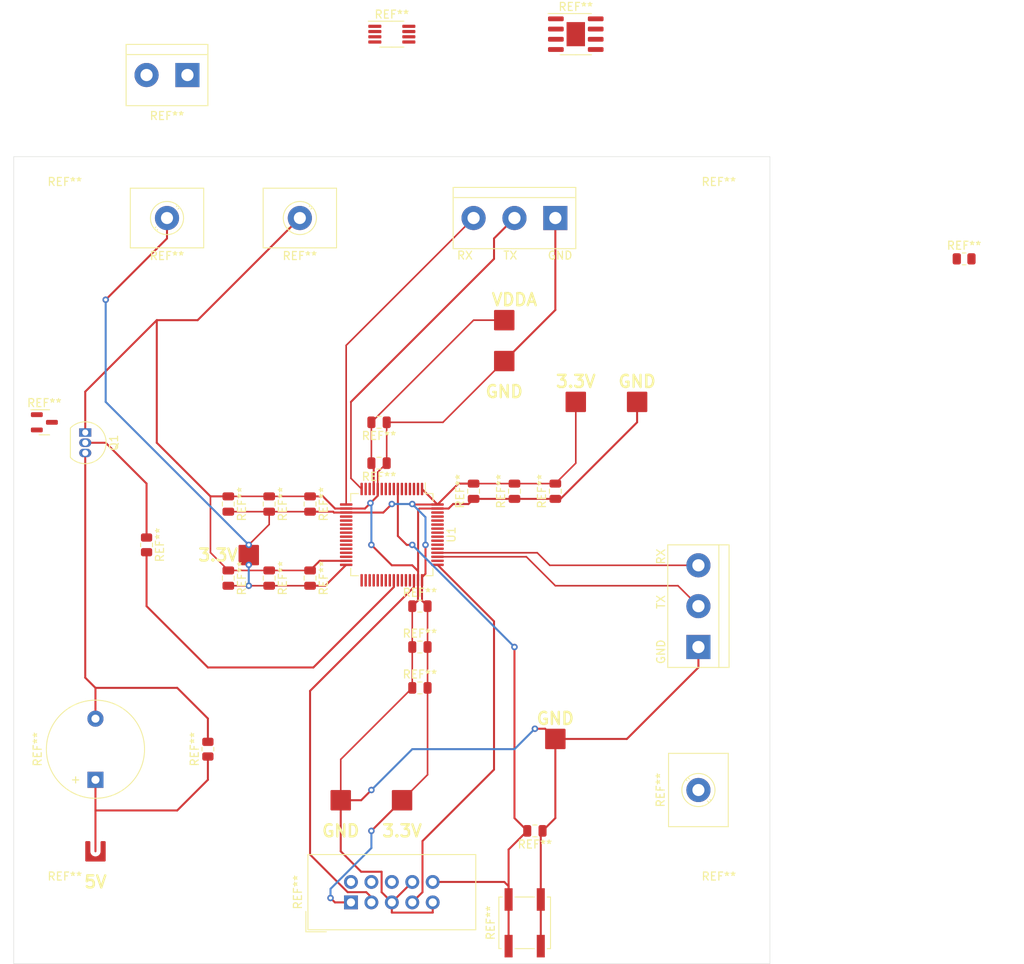
<source format=kicad_pcb>
(kicad_pcb (version 20211014) (generator pcbnew)
  (layers (0 "F.Cu" signal) (31 "B.Cu" signal) (34 "B.Paste" user) (35 "F.Paste" user) (36 "B.SilkS" user "B.Silkscreen") (37 "F.SilkS" user "F.Silkscreen") (38 "B.Mask" user) (39 "F.Mask" user) (44 "Edge.Cuts" user))
  (net 0 "")
  (net 1 "GND")
  (net 2 "unconnected-(Q1-Pad2)")
  (net 3 "VDD")
  (net 9 "NRST")
  (net 14 "VDDA")
  (net 36 "Buzzer Module")
  (net 41 "SWDIO")
  (net 42 "SWCLK")
  (footprint "TerminalBlock_MetzConnect:TerminalBlock_MetzConnect_360271_1x01_Horizontal_ScrewM3.0_Boxed" (layer "F.Cu") (at 147.32 60.96 180)
    (fp_text reference "REF**" (at 0 -4.71) (layer "F.SilkS"))
    (fp_text value "Screw Terminal (VDD)")
    (pad "1" thru_hole circle locked (at 0 0 180) (size 3 3) (drill 1.5) (layers *.Cu *.Mask) (net 3 "VDD"))
  )
  (footprint "Buzzer_Beeper:Buzzer_12x9.5RM7.6" (layer "F.Cu") (at 138.43 130.81 90)
    (fp_text reference "REF**" (at 3.8 -7.2 90) (layer "F.SilkS"))
    (fp_text value "Buzzer")
    (fp_text user "+" (at -0.01 -2.54 90) (layer "F.SilkS"))
    (pad "1" thru_hole rect locked (at 0 0 90) (size 2 2) (drill 1) (layers *.Cu *.Mask))
    (pad "2" thru_hole circle locked (at 7.6 0 90) (size 2 2) (drill 1) (layers *.Cu *.Mask))
  )
  (footprint "TerminalBlock_MetzConnect:TerminalBlock_MetzConnect_360271_1x01_Horizontal_ScrewM3.0_Boxed" (layer "F.Cu") (at 163.83 60.96 180)
    (fp_text reference "REF**" (at 0 -4.71) (layer "F.SilkS"))
    (fp_text value "Screw Terminal (GND)")
    (pad "1" thru_hole circle locked (at 0 0 180) (size 3 3) (drill 1.5) (layers *.Cu *.Mask) (net 1 "GND"))
  )
  (footprint "Connector_IDC:IDC-Header_2x05_P2.54mm_Vertical" (layer "F.Cu") (at 170.18 146.05 90)
    (fp_text reference "REF**" (at 1.27 -6.604 90) (layer "F.SilkS"))
    (fp_text value "Programming Header")
    (pad "1" thru_hole rect locked (at 0 0 90) (size 1.7272 1.7272) (drill 1.016) (layers *.Cu *.Mask) (net 3 "VDD"))
    (pad "2" thru_hole oval locked (at 2.54 0 90) (size 1.7272 1.7272) (drill 1.016) (layers *.Cu *.Mask))
    (pad "3" thru_hole oval locked (at 0 2.54 90) (size 1.7272 1.7272) (drill 1.016) (layers *.Cu *.Mask) (net 41 "SWDIO"))
    (pad "4" thru_hole oval locked (at 2.54 2.54 90) (size 1.7272 1.7272) (drill 1.016) (layers *.Cu *.Mask))
    (pad "5" thru_hole oval locked (at 0 5.08 90) (size 1.7272 1.7272) (drill 1.016) (layers *.Cu *.Mask) (net 1 "GND"))
    (pad "6" thru_hole oval locked (at 2.54 5.08 90) (size 1.7272 1.7272) (drill 1.016) (layers *.Cu *.Mask))
    (pad "7" thru_hole oval locked (at 0 7.62 90) (size 1.7272 1.7272) (drill 1.016) (layers *.Cu *.Mask) (net 42 "SWCLK"))
    (pad "8" thru_hole oval locked (at 2.54 7.62 90) (size 1.7272 1.7272) (drill 1.016) (layers *.Cu *.Mask) (net 1 "GND"))
    (pad "9" thru_hole oval locked (at 0 10.16 90) (size 1.7272 1.7272) (drill 1.016) (layers *.Cu *.Mask) (net 1 "GND"))
    (pad "10" thru_hole oval locked (at 2.54 10.16 90) (size 1.7272 1.7272) (drill 1.016) (layers *.Cu *.Mask) (net 9 "NRST"))
  )
  (footprint "TerminalBlock_MetzConnect:TerminalBlock_MetzConnect_360271_1x01_Horizontal_ScrewM3.0_Boxed" (layer "F.Cu") (at 213.36 132.08 90)
    (fp_text reference "REF**" (at 0 -4.71 90) (layer "F.SilkS"))
    (fp_text value "Servo UART (Extra)")
    (pad "1" thru_hole circle locked (at 0 0 90) (size 3 3) (drill 1.5) (layers *.Cu *.Mask))
  )
  (footprint "Button_Switch_SMD:SW_Push_1P1T_NO_CK_KSC6xxJ" (layer "F.Cu") (at 191.77 148.59 -90)
    (fp_text reference "REF**" (at 0 4.24 90) (layer "F.SilkS"))
    (fp_text value "Switch")
    (pad "1" smd rect locked (at -2.9 -2 270) (size 2.8 1) (layers "F.Cu" "F.Paste" "F.Mask") (net 1 "GND"))
    (pad "1" smd rect locked (at 2.9 -2 270) (size 2.8 1) (layers "F.Cu" "F.Paste" "F.Mask") (net 1 "GND"))
    (pad "2" smd rect locked (at -2.9 2 270) (size 2.8 1) (layers "F.Cu" "F.Paste" "F.Mask") (net 9 "NRST"))
    (pad "2" smd rect locked (at 2.9 2 270) (size 2.8 1) (layers "F.Cu" "F.Paste" "F.Mask") (net 9 "NRST"))
  )
  (footprint "Package_TO_SOT_THT:TO-92_Inline" (layer "F.Cu") (at 137.16 87.63 -90)
    (fp_text reference "Q1" (at 1.27 -3.56 90) (layer "F.SilkS"))
    (fp_text value "2N3704")
    (pad "1" thru_hole rect (at 0 0 270) (size 1.05 1.5) (drill 0.75) (layers *.Cu *.Mask) (net 1 "GND"))
    (pad "2" thru_hole oval (at 1.27 0 270) (size 1.05 1.5) (drill 0.75) (layers *.Cu *.Mask) (net 2 "unconnected-(Q1-Pad2)"))
    (pad "3" thru_hole oval (at 2.54 0 270) (size 1.05 1.5) (drill 0.75) (layers *.Cu *.Mask))
  )
  (footprint "MountingHole:MountingHole_3.5mm" (layer "F.Cu") (at 134.62 60.96)
    (fp_text reference "REF**" (at 0 -4.5) (layer "F.SilkS"))
    (fp_text value "MountingHole_3.5mm")
    (pad "" np_thru_hole circle (at 0 0) (size 3.5 3.5) (drill 3.5) (layers *.Cu *.Mask))
  )
  (footprint "Capacitor_SMD:C_0805_2012Metric" (layer "F.Cu") (at 160.02 96.52 -90)
    (fp_text reference "REF**" (at 0 -1.68 90) (layer "F.SilkS"))
    (fp_text value "100nF")
    (pad "1" smd roundrect (at -0.95 0 270) (size 1 1.45) (layers "F.Cu" "F.Paste" "F.Mask") (net 1 "GND"))
    (pad "2" smd roundrect (at 0.95 0 270) (size 1 1.45) (layers "F.Cu" "F.Paste" "F.Mask") (net 3 "VDD"))
  )
  (footprint "Package_QFP:LQFP-64_10x10mm_P0.5mm" (layer "F.Cu") (at 175.26 100.33 -90)
    (fp_text reference "U1" (at 0 -7.4 90) (layer "F.SilkS"))
    (fp_text value "STM32F091RCTx")
    (pad "1" smd roundrect (at -5.675 -3.75 270) (size 1.55 0.3) (layers "F.Cu" "F.Paste" "F.Mask") (net 3 "VDD"))
    (pad "2" smd roundrect (at -5.675 -3.25 270) (size 1.55 0.3) (layers "F.Cu" "F.Paste" "F.Mask"))
    (pad "3" smd roundrect (at -5.675 -2.75 270) (size 1.55 0.3) (layers "F.Cu" "F.Paste" "F.Mask"))
    (pad "4" smd roundrect (at -5.675 -2.25 270) (size 1.55 0.3) (layers "F.Cu" "F.Paste" "F.Mask"))
    (pad "5" smd roundrect (at -5.675 -1.75 270) (size 1.55 0.3) (layers "F.Cu" "F.Paste" "F.Mask"))
    (pad "6" smd roundrect (at -5.675 -1.25 270) (size 1.55 0.3) (layers "F.Cu" "F.Paste" "F.Mask"))
    (pad "7" smd roundrect (at -5.675 -0.75 270) (size 1.55 0.3) (layers "F.Cu" "F.Paste" "F.Mask") (net 9 "NRST"))
    (pad "8" smd roundrect (at -5.675 -0.25 270) (size 1.55 0.3) (layers "F.Cu" "F.Paste" "F.Mask"))
    (pad "9" smd roundrect (at -5.675 0.25 270) (size 1.55 0.3) (layers "F.Cu" "F.Paste" "F.Mask"))
    (pad "10" smd roundrect (at -5.675 0.75 270) (size 1.55 0.3) (layers "F.Cu" "F.Paste" "F.Mask"))
    (pad "11" smd roundrect (at -5.675 1.25 270) (size 1.55 0.3) (layers "F.Cu" "F.Paste" "F.Mask"))
    (pad "12" smd roundrect (at -5.675 1.75 270) (size 1.55 0.3) (layers "F.Cu" "F.Paste" "F.Mask") (net 1 "GND"))
    (pad "13" smd roundrect (at -5.675 2.25 270) (size 1.55 0.3) (layers "F.Cu" "F.Paste" "F.Mask") (net 14 "VDDA"))
    (pad "14" smd roundrect (at -5.675 2.75 270) (size 1.55 0.3) (layers "F.Cu" "F.Paste" "F.Mask"))
    (pad "15" smd roundrect (at -5.675 3.25 270) (size 1.55 0.3) (layers "F.Cu" "F.Paste" "F.Mask"))
    (pad "16" smd roundrect (at -5.675 3.75 270) (size 1.55 0.3) (layers "F.Cu" "F.Paste" "F.Mask"))
    (pad "17" smd roundrect (at -3.75 5.675 270) (size 0.3 1.55) (layers "F.Cu" "F.Paste" "F.Mask"))
    (pad "18" smd roundrect (at -3.25 5.675 270) (size 0.3 1.55) (layers "F.Cu" "F.Paste" "F.Mask") (net 1 "GND"))
    (pad "19" smd roundrect (at -2.75 5.675 270) (size 0.3 1.55) (layers "F.Cu" "F.Paste" "F.Mask") (net 3 "VDD"))
    (pad "20" smd roundrect (at -2.25 5.675 270) (size 0.3 1.55) (layers "F.Cu" "F.Paste" "F.Mask"))
    (pad "21" smd roundrect (at -1.75 5.675 270) (size 0.3 1.55) (layers "F.Cu" "F.Paste" "F.Mask"))
    (pad "22" smd roundrect (at -1.25 5.675 270) (size 0.3 1.55) (layers "F.Cu" "F.Paste" "F.Mask"))
    (pad "23" smd roundrect (at -0.75 5.675 270) (size 0.3 1.55) (layers "F.Cu" "F.Paste" "F.Mask"))
    (pad "24" smd roundrect (at -0.25 5.675 270) (size 0.3 1.55) (layers "F.Cu" "F.Paste" "F.Mask"))
    (pad "25" smd roundrect (at 0.25 5.675 270) (size 0.3 1.55) (layers "F.Cu" "F.Paste" "F.Mask"))
    (pad "26" smd roundrect (at 0.75 5.675 270) (size 0.3 1.55) (layers "F.Cu" "F.Paste" "F.Mask"))
    (pad "27" smd roundrect (at 1.25 5.675 270) (size 0.3 1.55) (layers "F.Cu" "F.Paste" "F.Mask"))
    (pad "28" smd roundrect (at 1.75 5.675 270) (size 0.3 1.55) (layers "F.Cu" "F.Paste" "F.Mask"))
    (pad "29" smd roundrect (at 2.25 5.675 270) (size 0.3 1.55) (layers "F.Cu" "F.Paste" "F.Mask"))
    (pad "30" smd roundrect (at 2.75 5.675 270) (size 0.3 1.55) (layers "F.Cu" "F.Paste" "F.Mask"))
    (pad "31" smd roundrect (at 3.25 5.675 270) (size 0.3 1.55) (layers "F.Cu" "F.Paste" "F.Mask") (net 1 "GND"))
    (pad "32" smd roundrect (at 3.75 5.675 270) (size 0.3 1.55) (layers "F.Cu" "F.Paste" "F.Mask") (net 3 "VDD"))
    (pad "33" smd roundrect (at 5.675 3.75 270) (size 1.55 0.3) (layers "F.Cu" "F.Paste" "F.Mask"))
    (pad "34" smd roundrect (at 5.675 3.25 270) (size 1.55 0.3) (layers "F.Cu" "F.Paste" "F.Mask"))
    (pad "35" smd roundrect (at 5.675 2.75 270) (size 1.55 0.3) (layers "F.Cu" "F.Paste" "F.Mask"))
    (pad "36" smd roundrect (at 5.675 2.25 270) (size 1.55 0.3) (layers "F.Cu" "F.Paste" "F.Mask"))
    (pad "37" smd roundrect (at 5.675 1.75 270) (size 1.55 0.3) (layers "F.Cu" "F.Paste" "F.Mask"))
    (pad "38" smd roundrect (at 5.675 1.25 270) (size 1.55 0.3) (layers "F.Cu" "F.Paste" "F.Mask"))
    (pad "39" smd roundrect (at 5.675 0.75 270) (size 1.55 0.3) (layers "F.Cu" "F.Paste" "F.Mask"))
    (pad "40" smd roundrect (at 5.675 0.25 270) (size 1.55 0.3) (layers "F.Cu" "F.Paste" "F.Mask"))
    (pad "41" smd roundrect (at 5.675 -0.25 270) (size 1.55 0.3) (layers "F.Cu" "F.Paste" "F.Mask") (net 36 "Buzzer Module"))
    (pad "42" smd roundrect (at 5.675 -0.75 270) (size 1.55 0.3) (layers "F.Cu" "F.Paste" "F.Mask"))
    (pad "43" smd roundrect (at 5.675 -1.25 270) (size 1.55 0.3) (layers "F.Cu" "F.Paste" "F.Mask"))
    (pad "44" smd roundrect (at 5.675 -1.75 270) (size 1.55 0.3) (layers "F.Cu" "F.Paste" "F.Mask"))
    (pad "45" smd roundrect (at 5.675 -2.25 270) (size 1.55 0.3) (layers "F.Cu" "F.Paste" "F.Mask"))
    (pad "46" smd roundrect (at 5.675 -2.75 270) (size 1.55 0.3) (layers "F.Cu" "F.Paste" "F.Mask") (net 41 "SWDIO"))
    (pad "47" smd roundrect (at 5.675 -3.25 270) (size 1.55 0.3) (layers "F.Cu" "F.Paste" "F.Mask") (net 1 "GND"))
    (pad "48" smd roundrect (at 5.675 -3.75 270) (size 1.55 0.3) (layers "F.Cu" "F.Paste" "F.Mask") (net 3 "VDD"))
    (pad "49" smd roundrect (at 3.75 -5.675 270) (size 0.3 1.55) (layers "F.Cu" "F.Paste" "F.Mask") (net 42 "SWCLK"))
    (pad "50" smd roundrect (at 3.25 -5.675 270) (size 0.3 1.55) (layers "F.Cu" "F.Paste" "F.Mask"))
    (pad "51" smd roundrect (at 2.75 -5.675 270) (size 0.3 1.55) (layers "F.Cu" "F.Paste" "F.Mask"))
    (pad "52" smd roundrect (at 2.25 -5.675 270) (size 0.3 1.55) (layers "F.Cu" "F.Paste" "F.Mask"))
    (pad "53" smd roundrect (at 1.75 -5.675 270) (size 0.3 1.55) (layers "F.Cu" "F.Paste" "F.Mask"))
    (pad "54" smd roundrect (at 1.25 -5.675 270) (size 0.3 1.55) (layers "F.Cu" "F.Paste" "F.Mask"))
    (pad "55" smd roundrect (at 0.75 -5.675 270) (size 0.3 1.55) (layers "F.Cu" "F.Paste" "F.Mask"))
    (pad "56" smd roundrect (at 0.25 -5.675 270) (size 0.3 1.55) (layers "F.Cu" "F.Paste" "F.Mask"))
    (pad "57" smd roundrect (at -0.25 -5.675 270) (size 0.3 1.55) (layers "F.Cu" "F.Paste" "F.Mask"))
    (pad "58" smd roundrect (at -0.75 -5.675 270) (size 0.3 1.55) (layers "F.Cu" "F.Paste" "F.Mask"))
    (pad "59" smd roundrect (at -1.25 -5.675 270) (size 0.3 1.55) (layers "F.Cu" "F.Paste" "F.Mask"))
    (pad "60" smd roundrect (at -1.75 -5.675 270) (size 0.3 1.55) (layers "F.Cu" "F.Paste" "F.Mask"))
    (pad "61" smd roundrect (at -2.25 -5.675 270) (size 0.3 1.55) (layers "F.Cu" "F.Paste" "F.Mask"))
    (pad "62" smd roundrect (at -2.75 -5.675 270) (size 0.3 1.55) (layers "F.Cu" "F.Paste" "F.Mask"))
    (pad "63" smd roundrect (at -3.25 -5.675 270) (size 0.3 1.55) (layers "F.Cu" "F.Paste" "F.Mask") (net 1 "GND"))
    (pad "64" smd roundrect (at -3.75 -5.675 270) (size 0.3 1.55) (layers "F.Cu" "F.Paste" "F.Mask") (net 3 "VDD"))
  )
  (footprint "Resistor_SMD:R_0805_2012Metric" (layer "F.Cu") (at 144.78 101.6 -90)
    (fp_text reference "REF**" (at 0 -1.65 90) (layer "F.SilkS"))
    (fp_text value "R2 (47k)")
    (pad "1" smd roundrect (at -0.9125 0 270) (size 1.025 1.4) (layers "F.Cu" "F.Paste" "F.Mask") (roundrect_rratio 0.243902) (net 2 "unconnected-(Q1-Pad2)"))
    (pad "2" smd roundrect (at 0.9125 0 270) (size 1.025 1.4) (layers "F.Cu" "F.Paste" "F.Mask") (roundrect_rratio 0.243902) (net 36 "Buzzer Module"))
  )
  (footprint "TerminalBlock:TerminalBlock_bornier-2_P5.08mm" (layer "F.Cu") (at 149.86 43.18 180)
    (fp_text reference "REF**" (at 2.54 -5.08) (layer "F.SilkS"))
    (fp_text value "Power")
    (pad "1" thru_hole rect (at 0 0 180) (size 3 3) (drill 1.52) (layers *.Cu *.Mask))
    (pad "2" thru_hole circle (at 5.08 0 180) (size 3 3) (drill 1.52) (layers *.Cu *.Mask))
  )
  (footprint "Package_TO_SOT_SMD:SOT-23" (layer "F.Cu") (at 132.08 86.36)
    (fp_text reference "REF**" (at 0 -2.4) (layer "F.SilkS"))
    (fp_text value "SOT-23")
    (pad "1" smd roundrect (at -0.9375 -0.95) (size 1.475 0.6) (layers "F.Cu" "F.Paste" "F.Mask"))
    (pad "2" smd roundrect (at -0.9375 0.95) (size 1.475 0.6) (layers "F.Cu" "F.Paste" "F.Mask"))
    (pad "3" smd roundrect (at 0.9375 0) (size 1.475 0.6) (layers "F.Cu" "F.Paste" "F.Mask"))
  )
  (footprint "Capacitor_SMD:C_0805_2012Metric" (layer "F.Cu") (at 154.94 105.73 -90)
    (fp_text reference "REF**" (at 0 -1.68 90) (layer "F.SilkS"))
    (fp_text value "4.7uF")
    (pad "1" smd roundrect (at -0.95 0 270) (size 1 1.45) (layers "F.Cu" "F.Paste" "F.Mask") (net 1 "GND"))
    (pad "2" smd roundrect (at 0.95 0 270) (size 1 1.45) (layers "F.Cu" "F.Paste" "F.Mask") (net 3 "VDD"))
  )
  (footprint "Capacitor_SMD:C_0805_2012Metric" (layer "F.Cu") (at 173.67 91.44 180)
    (fp_text reference "REF**" (at 0 -1.68) (layer "F.SilkS"))
    (fp_text value "10nF")
    (pad "1" smd roundrect (at -0.95 0 180) (size 1 1.45) (layers "F.Cu" "F.Paste" "F.Mask") (net 1 "GND"))
    (pad "2" smd roundrect (at 0.95 0 180) (size 1 1.45) (layers "F.Cu" "F.Paste" "F.Mask") (net 14 "VDDA"))
  )
  (footprint "Package_SO:SOIC-8-1EP_3.9x4.9mm_P1.27mm_EP2.29x3mm" (layer "F.Cu") (at 198.12 38.1)
    (fp_text reference "REF**" (at 0 -3.4) (layer "F.SilkS"))
    (fp_text value "LT1302")
    (pad "1" smd roundrect (at -2.475 -1.905) (size 1.95 0.6) (layers "F.Cu" "F.Paste" "F.Mask"))
    (pad "2" smd roundrect (at -2.475 -0.635) (size 1.95 0.6) (layers "F.Cu" "F.Paste" "F.Mask"))
    (pad "3" smd roundrect (at -2.475 0.635) (size 1.95 0.6) (layers "F.Cu" "F.Paste" "F.Mask"))
    (pad "4" smd roundrect (at -2.475 1.905) (size 1.95 0.6) (layers "F.Cu" "F.Paste" "F.Mask"))
    (pad "5" smd roundrect (at 2.475 1.905) (size 1.95 0.6) (layers "F.Cu" "F.Paste" "F.Mask"))
    (pad "6" smd roundrect (at 2.475 0.635) (size 1.95 0.6) (layers "F.Cu" "F.Paste" "F.Mask"))
    (pad "7" smd roundrect (at 2.475 -0.635) (size 1.95 0.6) (layers "F.Cu" "F.Paste" "F.Mask"))
    (pad "8" smd roundrect (at 2.475 -1.905) (size 1.95 0.6) (layers "F.Cu" "F.Paste" "F.Mask"))
    (pad "9" smd rect (at 0 0) (size 2.29 3) (layers "F.Cu" "F.Mask"))
  )
  (footprint "Capacitor_SMD:C_0805_2012Metric" (layer "F.Cu") (at 195.58 94.93 90)
    (fp_text reference "REF**" (at 0 -1.68 90) (layer "F.SilkS"))
    (fp_text value "4.7uF")
    (pad "1" smd roundrect (at -0.95 0 90) (size 1 1.45) (layers "F.Cu" "F.Paste" "F.Mask") (net 1 "GND"))
    (pad "2" smd roundrect (at 0.95 0 90) (size 1 1.45) (layers "F.Cu" "F.Paste" "F.Mask") (net 3 "VDD"))
  )
  (footprint "Capacitor_SMD:C_0805_2012Metric" (layer "F.Cu") (at 178.75 119.38)
    (fp_text reference "REF**" (at 0 -1.68) (layer "F.SilkS"))
    (fp_text value "4.7uF")
    (pad "1" smd roundrect (at -0.95 0) (size 1 1.45) (layers "F.Cu" "F.Paste" "F.Mask") (net 1 "GND"))
    (pad "2" smd roundrect (at 0.95 0) (size 1 1.45) (layers "F.Cu" "F.Paste" "F.Mask") (net 3 "VDD"))
  )
  (footprint "MountingHole:MountingHole_3.5mm" (layer "F.Cu") (at 215.9 60.96)
    (fp_text reference "REF**" (at 0 -4.5) (layer "F.SilkS"))
    (fp_text value "MountingHole_3.5mm")
    (pad "" np_thru_hole circle (at 0 0) (size 3.5 3.5) (drill 3.5) (layers *.Cu *.Mask))
  )
  (footprint "Resistor_SMD:R_0805_2012Metric" (layer "F.Cu") (at 246.38 66.04)
    (fp_text reference "REF**" (at 0 -1.65) (layer "F.SilkS"))
    (fp_text value "R_0805_2012Metric")
    (pad "1" smd roundrect (at -0.9125 0) (size 1.025 1.4) (layers "F.Cu" "F.Paste" "F.Mask") (roundrect_rratio 0.243902))
    (pad "2" smd roundrect (at 0.9125 0) (size 1.025 1.4) (layers "F.Cu" "F.Paste" "F.Mask") (roundrect_rratio 0.243902))
  )
  (footprint "MountingHole:MountingHole_3.5mm" (layer "F.Cu") (at 134.62 147.32)
    (fp_text reference "REF**" (at 0 -4.5) (layer "F.SilkS"))
    (fp_text value "MountingHole_3.5mm")
    (pad "" np_thru_hole circle (at 0 0) (size 3.5 3.5) (drill 3.5) (layers *.Cu *.Mask))
  )
  (footprint "Capacitor_SMD:C_0805_2012Metric" (layer "F.Cu") (at 165.1 96.52 -90)
    (fp_text reference "REF**" (at 0 -1.68 90) (layer "F.SilkS"))
    (fp_text value "100nF")
    (pad "1" smd roundrect (at -0.95 0 270) (size 1 1.45) (layers "F.Cu" "F.Paste" "F.Mask") (net 1 "GND"))
    (pad "2" smd roundrect (at 0.95 0 270) (size 1 1.45) (layers "F.Cu" "F.Paste" "F.Mask") (net 3 "VDD"))
  )
  (footprint "Capacitor_SMD:C_0805_2012Metric" (layer "F.Cu") (at 193.04 137.16 180)
    (fp_text reference "REF**" (at 0 -1.68) (layer "F.SilkS"))
    (fp_text value "100nF")
    (pad "1" smd roundrect (at -0.95 0 180) (size 1 1.45) (layers "F.Cu" "F.Paste" "F.Mask") (net 1 "GND"))
    (pad "2" smd roundrect (at 0.95 0 180) (size 1 1.45) (layers "F.Cu" "F.Paste" "F.Mask") (net 9 "NRST"))
  )
  (footprint "Capacitor_SMD:C_0805_2012Metric" (layer "F.Cu") (at 160.02 105.73 -90)
    (fp_text reference "REF**" (at 0 -1.68 90) (layer "F.SilkS"))
    (fp_text value "100nF")
    (pad "1" smd roundrect (at -0.95 0 270) (size 1 1.45) (layers "F.Cu" "F.Paste" "F.Mask") (net 1 "GND"))
    (pad "2" smd roundrect (at 0.95 0 270) (size 1 1.45) (layers "F.Cu" "F.Paste" "F.Mask") (net 3 "VDD"))
  )
  (footprint "Capacitor_SMD:C_0805_2012Metric" (layer "F.Cu") (at 173.67 86.36 180)
    (fp_text reference "REF**" (at 0 -1.68) (layer "F.SilkS"))
    (fp_text value "1uF")
    (pad "1" smd roundrect (at -0.95 0 180) (size 1 1.45) (layers "F.Cu" "F.Paste" "F.Mask") (net 1 "GND"))
    (pad "2" smd roundrect (at 0.95 0 180) (size 1 1.45) (layers "F.Cu" "F.Paste" "F.Mask") (net 14 "VDDA"))
  )
  (footprint "MountingHole:MountingHole_3.5mm" (layer "F.Cu") (at 215.9 147.32)
    (fp_text reference "REF**" (at 0 -4.5) (layer "F.SilkS"))
    (fp_text value "MountingHole_3.5mm")
    (pad "" np_thru_hole circle (at 0 0) (size 3.5 3.5) (drill 3.5) (layers *.Cu *.Mask))
  )
  (footprint "Capacitor_SMD:C_0805_2012Metric" (layer "F.Cu") (at 165.1 105.73 -90)
    (fp_text reference "REF**" (at 0 -1.68 90) (layer "F.SilkS"))
    (fp_text value "100nF")
    (pad "1" smd roundrect (at -0.95 0 270) (size 1 1.45) (layers "F.Cu" "F.Paste" "F.Mask") (net 1 "GND"))
    (pad "2" smd roundrect (at 0.95 0 270) (size 1 1.45) (layers "F.Cu" "F.Paste" "F.Mask") (net 3 "VDD"))
  )
  (footprint "Capacitor_SMD:C_0805_2012Metric" (layer "F.Cu") (at 154.94 96.52 -90)
    (fp_text reference "REF**" (at 0 -1.68 90) (layer "F.SilkS"))
    (fp_text value "4.7uF")
    (pad "1" smd roundrect (at -0.95 0 270) (size 1 1.45) (layers "F.Cu" "F.Paste" "F.Mask") (net 1 "GND"))
    (pad "2" smd roundrect (at 0.95 0 270) (size 1 1.45) (layers "F.Cu" "F.Paste" "F.Mask") (net 3 "VDD"))
  )
  (footprint "TerminalBlock:TerminalBlock_bornier-3_P5.08mm" (layer "F.Cu") (at 195.58 60.96 180)
    (fp_text reference "RX     TX     GND" (at 5.05 -4.65) (layer "F.SilkS"))
    (fp_text value "PI UART")
    (pad "1" thru_hole rect (at 0 0 180) (size 3 3) (drill 1.52) (layers *.Cu *.Mask) (net 1 "GND"))
    (pad "2" thru_hole circle (at 5.08 0 180) (size 3 3) (drill 1.52) (layers *.Cu *.Mask))
    (pad "3" thru_hole circle (at 10.16 0 180) (size 3 3) (drill 1.52) (layers *.Cu *.Mask))
  )
  (footprint "Capacitor_SMD:C_0805_2012Metric" (layer "F.Cu") (at 178.75 109.22)
    (fp_text reference "REF**" (at 0 -1.68) (layer "F.SilkS"))
    (fp_text value "100nF")
    (pad "1" smd roundrect (at -0.95 0) (size 1 1.45) (layers "F.Cu" "F.Paste" "F.Mask") (net 1 "GND"))
    (pad "2" smd roundrect (at 0.95 0) (size 1 1.45) (layers "F.Cu" "F.Paste" "F.Mask") (net 3 "VDD"))
  )
  (footprint "Package_SO:MSOP-8_3x3mm_P0.65mm" (layer "F.Cu") (at 175.26 38.1)
    (fp_text reference "REF**" (at 0 -2.45) (layer "F.SilkS"))
    (fp_text value "LTC3631")
    (pad "1" smd roundrect (at -2.1125 -0.975) (size 1.625 0.4) (layers "F.Cu" "F.Paste" "F.Mask"))
    (pad "2" smd roundrect (at -2.1125 -0.325) (size 1.625 0.4) (layers "F.Cu" "F.Paste" "F.Mask"))
    (pad "3" smd roundrect (at -2.1125 0.325) (size 1.625 0.4) (layers "F.Cu" "F.Paste" "F.Mask"))
    (pad "4" smd roundrect (at -2.1125 0.975) (size 1.625 0.4) (layers "F.Cu" "F.Paste" "F.Mask"))
    (pad "5" smd roundrect (at 2.1125 0.975) (size 1.625 0.4) (layers "F.Cu" "F.Paste" "F.Mask"))
    (pad "6" smd roundrect (at 2.1125 0.325) (size 1.625 0.4) (layers "F.Cu" "F.Paste" "F.Mask"))
    (pad "7" smd roundrect (at 2.1125 -0.325) (size 1.625 0.4) (layers "F.Cu" "F.Paste" "F.Mask"))
    (pad "8" smd roundrect (at 2.1125 -0.975) (size 1.625 0.4) (layers "F.Cu" "F.Paste" "F.Mask"))
  )
  (footprint "Resistor_SMD:R_0805_2012Metric" (layer "F.Cu") (at 152.4 127 90)
    (fp_text reference "REF**" (at 0 -1.65 90) (layer "F.SilkS"))
    (fp_text value "R1 (1k)")
    (pad "1" smd roundrect (at -0.9125 0 90) (size 1.025 1.4) (layers "F.Cu" "F.Paste" "F.Mask") (roundrect_rratio 0.243902))
    (pad "2" smd roundrect (at 0.9125 0 90) (size 1.025 1.4) (layers "F.Cu" "F.Paste" "F.Mask") (roundrect_rratio 0.243902))
  )
  (footprint "TerminalBlock:TerminalBlock_bornier-3_P5.08mm" (layer "F.Cu") (at 213.36 114.3 90)
    (fp_text reference "GND     TX     RX" (at 5.05 -4.65 90) (layer "F.SilkS"))
    (fp_text value "Servo UART")
    (pad "1" thru_hole rect (at 0 0 90) (size 3 3) (drill 1.52) (layers *.Cu *.Mask) (net 1 "GND"))
    (pad "2" thru_hole circle (at 5.08 0 90) (size 3 3) (drill 1.52) (layers *.Cu *.Mask))
    (pad "3" thru_hole circle (at 10.16 0 90) (size 3 3) (drill 1.52) (layers *.Cu *.Mask))
  )
  (footprint "Capacitor_SMD:C_0805_2012Metric" (layer "F.Cu") (at 190.5 94.93 90)
    (fp_text reference "REF**" (at 0 -1.68 90) (layer "F.SilkS"))
    (fp_text value "100nF")
    (pad "1" smd roundrect (at -0.95 0 90) (size 1 1.45) (layers "F.Cu" "F.Paste" "F.Mask") (net 1 "GND"))
    (pad "2" smd roundrect (at 0.95 0 90) (size 1 1.45) (layers "F.Cu" "F.Paste" "F.Mask") (net 3 "VDD"))
  )
  (footprint "Capacitor_SMD:C_0805_2012Metric" (layer "F.Cu") (at 178.75 114.3)
    (fp_text reference "REF**" (at 0 -1.68) (layer "F.SilkS"))
    (fp_text value "100nF")
    (pad "1" smd roundrect (at -0.95 0) (size 1 1.45) (layers "F.Cu" "F.Paste" "F.Mask") (net 1 "GND"))
    (pad "2" smd roundrect (at 0.95 0) (size 1 1.45) (layers "F.Cu" "F.Paste" "F.Mask") (net 3 "VDD"))
  )
  (footprint "Capacitor_SMD:C_0805_2012Metric" (layer "F.Cu") (at 185.42 94.93 90)
    (fp_text reference "REF**" (at 0 -1.68 90) (layer "F.SilkS"))
    (fp_text value "100nF")
    (pad "1" smd roundrect (at -0.95 0 90) (size 1 1.45) (layers "F.Cu" "F.Paste" "F.Mask") (net 1 "GND"))
    (pad "2" smd roundrect (at 0.95 0 90) (size 1 1.45) (layers "F.Cu" "F.Paste" "F.Mask") (net 3 "VDD"))
  )
  (gr_line (start 128.27 153.67) (end 128.27 53.34) (layer "Edge.Cuts") (width 0.05))
  (gr_line (start 222.25 153.67) (end 128.27 153.67) (layer "Edge.Cuts") (width 0.05))
  (gr_line (start 128.27 53.34) (end 222.25 53.34) (layer "Edge.Cuts") (width 0.05))
  (gr_line (start 222.25 53.34) (end 222.25 153.67) (layer "Edge.Cuts") (width 0.05))
  (gr_text "5V" (at 138.43 143.51) (layer "F.SilkS") (effects (font (size 1.5 1.5) (thickness 0.3))))
  (gr_text "3.3V" (at 153.67 102.87) (layer "F.SilkS") (effects (font (size 1.5 1.5) (thickness 0.3))))
  (gr_text "3.3V" (at 176.53 137.16) (layer "F.SilkS") (effects (font (size 1.5 1.5) (thickness 0.3))))
  (gr_text "GND" (at 195.58 123.19) (layer "F.SilkS") (effects (font (size 1.5 1.5) (thickness 0.3))))
  (gr_text "GND" (at 189.23 82.55) (layer "F.SilkS") (effects (font (size 1.5 1.5) (thickness 0.3))))
  (gr_text "3.3V" (at 198.12 81.28) (layer "F.SilkS") (effects (font (size 1.5 1.5) (thickness 0.3))))
  (gr_text "GND" (at 205.74 81.28) (layer "F.SilkS") (effects (font (size 1.5 1.5) (thickness 0.3))))
  (gr_text "VDDA" (at 190.5 71.12) (layer "F.SilkS") (effects (font (size 1.5 1.5) (thickness 0.3))))
  (gr_text "GND" (at 168.91 137.16) (layer "F.SilkS") (effects (font (size 1.5 1.5) (thickness 0.3))))
  (segment (start 190.5 60.96) (end 187.96 63.5) (width 0.25) (layer "F.Cu") (net 0))
  (segment (start 171.51 94.655) (end 170.18 93.325) (width 0.2) (layer "F.Cu") (net 0))
  (segment (start 191.98 103.08) (end 180.935 103.08) (width 0.2) (layer "F.Cu") (net 0))
  (segment (start 152.4 130.81) (end 148.59 134.62) (width 0.25) (layer "F.Cu") (net 0))
  (segment (start 138.43 123.21) (end 138.43 119.38) (width 0.25) (layer "F.Cu") (net 0))
  (segment (start 138.43 132.08) (end 138.43 130.81) (width 0.25) (layer "F.Cu") (net 0))
  (segment (start 210.82 106.68) (end 195.58 106.68) (width 0.2) (layer "F.Cu") (net 0))
  (segment (start 193.33 102.58) (end 180.935 102.58) (width 0.2) (layer "F.Cu") (net 0))
  (segment (start 148.59 119.38) (end 138.43 119.38) (width 0.25) (layer "F.Cu") (net 0))
  (segment (start 194.89 104.14) (end 193.33 102.58) (width 0.2) (layer "F.Cu") (net 0))
  (segment (start 152.4 130.81) (end 152.4 127.9125) (width 0.25) (layer "F.Cu") (net 0))
  (segment (start 169.585 76.795) (end 185.42 60.96) (width 0.2) (layer "F.Cu") (net 0))
  (segment (start 152.4 123.19) (end 148.59 119.38) (width 0.25) (layer "F.Cu") (net 0))
  (segment (start 138.43 134.62) (end 138.43 132.08) (width 0.25) (layer "F.Cu") (net 0))
  (segment (start 187.96 66.04) (end 170.18 83.82) (width 0.25) (layer "F.Cu") (net 0))
  (segment (start 137.16 118.11) (end 137.16 90.17) (width 0.25) (layer "F.Cu") (net 0))
  (segment (start 195.58 106.68) (end 191.98 103.08) (width 0.2) (layer "F.Cu") (net 0))
  (segment (start 187.96 63.5) (end 187.96 66.04) (width 0.25) (layer "F.Cu") (net 0))
  (segment (start 213.36 104.14) (end 194.89 104.14) (width 0.2) (layer "F.Cu") (net 0))
  (segment (start 169.585 96.58) (end 169.585 76.795) (width 0.2) (layer "F.Cu") (net 0))
  (segment (start 138.43 139.7) (end 138.43 134.62) (width 0.25) (layer "F.Cu") (net 0))
  (segment (start 213.36 109.22) (end 210.82 106.68) (width 0.2) (layer "F.Cu") (net 0))
  (segment (start 170.18 93.325) (end 170.18 83.82) (width 0.2) (layer "F.Cu") (net 0))
  (segment (start 152.4 123.19) (end 152.4 126.0875) (width 0.25) (layer "F.Cu") (net 0))
  (segment (start 138.43 119.38) (end 137.16 118.11) (width 0.25) (layer "F.Cu") (net 0))
  (segment (start 148.59 134.62) (end 138.43 134.62) (width 0.25) (layer "F.Cu") (net 0))
  (segment (start 148.59 91.44) (end 152.72 95.57) (width 0.25) (layer "F.Cu") (net 1))
  (segment (start 160.02 95.57) (end 165.1 95.57) (width 0.2) (layer "F.Cu") (net 1))
  (segment (start 193.77 145.69) (end 193.77 137.38) (width 0.25) (layer "F.Cu") (net 1))
  (segment (start 169.585 97.08) (end 168.2 97.08) (width 0.25) (layer "F.Cu") (net 1))
  (segment (start 178.689022 97.08) (end 178.524511 97.244511) (width 0.25) (layer "F.Cu") (net 1))
  (segment (start 166.3 103.58) (end 165.1 104.78) (width 0.25) (layer "F.Cu") (net 1))
  (segment (start 193.77 151.49) (end 193.77 145.69) (width 0.25) (layer "F.Cu") (net 1))
  (segment (start 154.94 95.57) (end 160.02 95.57) (width 0.2) (layer "F.Cu") (net 1))
  (segment (start 168.2 97.08) (end 166.69 95.57) (width 0.25) (layer "F.Cu") (net 1))
  (segment (start 177.8 119.38) (end 168.91 128.27) (width 0.2) (layer "F.Cu") (net 1))
  (segment (start 166.69 95.57) (end 165.1 95.57) (width 0.25) (layer "F.Cu") (net 1))
  (segment (start 171.45 133.35) (end 168.91 133.35) (width 0.25) (layer "F.Cu") (net 1))
  (segment (start 173.51 92.55) (end 173.51 94.655) (width 0.2) (layer "F.Cu") (net 1))
  (segment (start 177.8 119.38) (end 177.8 114.3) (width 0.2) (layer "F.Cu") (net 1))
  (segment (start 146.05 73.66) (end 137.16 82.55) (width 0.25) (layer "F.Cu") (net 1))
  (segment (start 185.42 95.88) (end 184.78 96.52) (width 0.25) (layer "F.Cu") (net 1))
  (segment (start 204.47 125.73) (end 213.36 116.84) (width 0.25) (layer "F.Cu") (net 1))
  (segment (start 168.91 128.27) (end 168.91 133.35) (width 0.2) (layer "F.Cu") (net 1))
  (segment (start 175.26 146.05) (end 173.99 144.78) (width 0.25) (layer "F.Cu") (net 1))
  (segment (start 175.26 146.05) (end 175.26 147.32) (width 0.25) (layer "F.Cu") (net 1))
  (segment (start 180.935 97.08) (end 178.689022 97.08) (width 0.25) (layer "F.Cu") (net 1))
  (segment (start 182.88 96.52) (end 182.32 97.08) (width 0.25) (layer "F.Cu") (net 1))
  (segment (start 178.51 106.005) (end 178.51 108.51) (width 0.25) (layer "F.Cu") (net 1))
  (segment (start 148.59 91.44) (end 146.05 88.9) (width 0.25) (layer "F.Cu") (net 1))
  (segment (start 146.05 73.66) (end 151.13 73.66) (width 0.25) (layer "F.Cu") (net 1))
  (segment (start 152.72 102.56) (end 152.72 95.57) (width 0.2) (layer "F.Cu") (net 1))
  (segment (start 182.32 97.08) (end 180.935 97.08) (width 0.25) (layer "F.Cu") (net 1))
  (segment (start 184.78 96.52) (end 182.88 96.52) (width 0.25) (layer "F.Cu") (net 1))
  (segment (start 194.31 124.46) (end 193.04 124.46) (width 0.25) (layer "F.Cu") (net 1))
  (segment (start 177.8 143.51) (end 175.26 146.05) (width 0.25) (layer "F.Cu") (net 1))
  (segment (start 195.58 60.96) (end 195.58 72.39) (width 0.25) (layer "F.Cu") (net 1))
  (segment (start 175.26 104.14) (end 177.8 104.14) (width 0.25) (layer "F.Cu") (net 1))
  (segment (start 195.58 125.73) (end 204.47 125.73) (width 0.25) (layer "F.Cu") (net 1))
  (segment (start 193.77 137.38) (end 193.99 137.16) (width 0.25) (layer "F.Cu") (net 1))
  (segment (start 195.58 72.39) (end 189.23 78.74) (width 0.25) (layer "F.Cu") (net 1))
  (segment (start 190.5 95.88) (end 185.42 95.88) (width 0.25) (layer "F.Cu") (net 1))
  (segment (start 178.524511 105.990489) (end 178.51 106.005) (width 0.25) (layer "F.Cu") (net 1))
  (segment (start 173.51 94.655) (end 173.51 95.495006) (width 0.25) (layer "F.Cu") (net 1))
  (segment (start 173.99 144.78) (end 173.99 142.24) (width 0.25) (layer "F.Cu") (net 1))
  (segment (start 146.05 88.9) (end 146.05 73.66) (width 0.25) (layer "F.Cu") (net 1))
  (segment (start 171.925006 97.08) (end 169.585 97.08) (width 0.25) (layer "F.Cu") (net 1))
  (segment (start 137.16 82.55) (end 137.16 87.63) (width 0.25) (layer "F.Cu") (net 1))
  (segment (start 169.585 103.58) (end 166.3 103.58) (width 0.25) (layer "F.Cu") (net 1))
  (segment (start 195.58 135.57) (end 195.58 125.73) (width 0.25) (layer "F.Cu") (net 1))
  (segment (start 174.62 91.44) (end 173.51 92.55) (width 0.2) (layer "F.Cu") (net 1))
  (segment (start 178.524511 104.864511) (end 178.524511 105.990489) (width 0.25) (layer "F.Cu") (net 1))
  (segment (start 154.94 104.78) (end 160.02 104.78) (width 0.2) (layer "F.Cu") (net 1))
  (segment (start 160.02 104.78) (end 165.1 104.78) (width 0.2) (layer "F.Cu") (net 1))
  (segment (start 171.45 142.24) (end 168.91 139.7) (width 0.25) (layer "F.Cu") (net 1))
  (segment (start 172.72 101.6) (end 175.26 104.14) (width 0.25) (layer "F.Cu") (net 1))
  (segment (start 173.99 142.24) (end 171.45 142.24) (width 0.25) (layer "F.Cu") (net 1))
  (segment (start 178.51 108.51) (end 177.8 109.22) (width 0.25) (layer "F.Cu") (net 1))
  (segment (start 213.36 116.84) (end 213.36 114.3) (width 0.25) (layer "F.Cu") (net 1))
  (segment (start 152.72 95.57) (end 154.94 95.57) (width 0.25) (layer "F.Cu") (net 1))
  (segment (start 177.8 104.14) (end 178.524511 104.864511) (width 0.25) (layer "F.Cu") (net 1))
  (segment (start 195.58 95.88) (end 190.5 95.88) (width 0.25) (layer "F.Cu") (net 1))
  (segment (start 174.62 86.36) (end 174.62 91.44) (width 0.2) (layer "F.Cu") (net 1))
  (segment (start 205.74 86.36) (end 196.22 95.88) (width 0.25) (layer "F.Cu") (net 1))
  (segment (start 180.34 147.32) (end 180.34 146.05) (width 0.25) (layer "F.Cu") (net 1))
  (segment (start 195.58 125.73) (end 194.31 124.46) (width 0.25) (layer "F.Cu") (net 1))
  (segment (start 168.91 133.35) (end 168.91 139.7) (width 0.25) (layer "F.Cu") (net 1))
  (segment (start 196.22 95.88) (end 195.58 95.88) (width 0.25) (layer "F.Cu") (net 1))
  (segment (start 178.524511 97.244511) (end 178.524511 104.864511) (width 0.25) (layer "F.Cu") (net 1))
  (segment (start 154.94 104.78) (end 152.72 102.56) (width 0.2) (layer "F.Cu") (net 1))
  (segment (start 151.13 73.66) (end 163.83 60.96) (width 0.25) (layer "F.Cu") (net 1))
  (segment (start 174.62 86.36) (end 181.61 86.36) (width 0.2) (layer "F.Cu") (net 1))
  (segment (start 181.61 86.36) (end 189.23 78.74) (width 0.2) (layer "F.Cu") (net 1))
  (segment (start 172.72 132.08) (end 171.45 133.35) (width 0.25) (layer "F.Cu") (net 1))
  (segment (start 205.74 83.82) (end 205.74 86.36) (width 0.25) (layer "F.Cu") (net 1))
  (segment (start 173.51 95.495006) (end 172.602503 96.402503) (width 0.25) (layer "F.Cu") (net 1))
  (segment (start 172.602503 96.402503) (end 171.925006 97.08) (width 0.25) (layer "F.Cu") (net 1))
  (segment (start 175.26 147.32) (end 180.34 147.32) (width 0.25) (layer "F.Cu") (net 1))
  (segment (start 177.8 114.3) (end 177.8 109.22) (width 0.2) (layer "F.Cu") (net 1))
  (segment (start 193.99 137.16) (end 195.58 135.57) (width 0.25) (layer "F.Cu") (net 1))
  (via (at 193.04 124.46) (size 0.8) (drill 0.4) (layers "F.Cu" "B.Cu") (net 1))
  (via (at 172.72 132.08) (size 0.8) (drill 0.4) (layers "F.Cu" "B.Cu") (net 1))
  (via (at 172.602503 96.402503) (size 0.8) (drill 0.4) (layers "F.Cu" "B.Cu") (net 1))
  (via (at 172.72 101.6) (size 0.8) (drill 0.4) (layers "F.Cu" "B.Cu") (net 1))
  (segment (start 172.72 101.6) (end 172.72 96.52) (width 0.25) (layer "B.Cu") (net 1))
  (segment (start 177.8 127) (end 172.72 132.08) (width 0.25) (layer "B.Cu") (net 1))
  (segment (start 190.5 127) (end 177.8 127) (width 0.25) (layer "B.Cu") (net 1))
  (segment (start 172.72 96.52) (end 172.602503 96.402503) (width 0.25) (layer "B.Cu") (net 1))
  (segment (start 193.04 124.46) (end 190.5 127) (width 0.25) (layer "B.Cu") (net 1))
  (segment (start 139.7 88.9) (end 137.16 88.9) (width 0.25) (layer "F.Cu") (net 2))
  (segment (start 144.78 93.98) (end 139.7 88.9) (width 0.25) (layer "F.Cu") (net 2))
  (segment (start 144.78 93.98) (end 144.78 100.6875) (width 0.25) (layer "F.Cu") (net 2))
  (segment (start 179.01 108.53) (end 179.7 109.22) (width 0.25) (layer "F.Cu") (net 3))
  (segment (start 179.01 105.614034) (end 179.444295 105.179739) (width 0.25) (layer "F.Cu") (net 3))
  (segment (start 169.585 97.58) (end 168.064282 97.58) (width 0.25) (layer "F.Cu") (net 3))
  (segment (start 166.985 106.68) (end 165.1 106.68) (width 0.25) (layer "F.Cu") (net 3))
  (segment (start 170.18 146.05) (end 168.1855 146.05) (width 0.25) (layer "F.Cu") (net 3))
  (segment (start 179.7 119.38) (end 179.7 130.18) (width 0.2) (layer "F.Cu") (net 3))
  (segment (start 172.72 137.16) (end 176.53 133.35) (width 0.25) (layer "F.Cu") (net 3))
  (segment (start 175.26 96.52) (end 174.2 97.58) (width 0.25) (layer "F.Cu") (net 3))
  (segment (start 168.064282 97.58) (end 167.954282 97.47) (width 0.25) (layer "F.Cu") (net 3))
  (segment (start 165.1 97.47) (end 160.02 97.47) (width 0.2) (layer "F.Cu") (net 3))
  (segment (start 190.5 93.98) (end 185.42 93.98) (width 0.2) (layer "F.Cu") (net 3))
  (segment (start 168.1855 146.05) (end 167.64 145.5045) (width 0.25) (layer "F.Cu") (net 3))
  (segment (start 180.935 96.58) (end 179.01 94.655) (width 0.25) (layer "F.Cu") (net 3))
  (segment (start 180.935 96.58) (end 177.86 96.58) (width 0.25) (layer "F.Cu") (net 3))
  (segment (start 160.02 106.68) (end 154.94 106.68) (width 0.2) (layer "F.Cu") (net 3))
  (segment (start 139.7 71.12) (end 147.32 63.5) (width 0.25) (layer "F.Cu") (net 3))
  (segment (start 157.48 101.6) (end 157.48 104.14) (width 0.2) (layer "F.Cu") (net 3))
  (segment (start 179.444295 105.179739) (end 179.444295 101.6) (width 0.25) (layer "F.Cu") (net 3))
  (segment (start 183.535 93.98) (end 185.42 93.98) (width 0.25) (layer "F.Cu") (net 3))
  (segment (start 179.7 114.3) (end 179.7 119.38) (width 0.2) (layer "F.Cu") (net 3))
  (segment (start 160.02 99.06) (end 157.48 101.6) (width 0.2) (layer "F.Cu") (net 3))
  (segment (start 180.935 96.58) (end 183.535 93.98) (width 0.25) (layer "F.Cu") (net 3))
  (segment (start 174.2 97.58) (end 169.585 97.58) (width 0.25) (layer "F.Cu") (net 3))
  (segment (start 195.58 93.98) (end 190.5 93.98) (width 0.2) (layer "F.Cu") (net 3))
  (segment (start 147.32 63.5) (end 147.32 60.96) (width 0.25) (layer "F.Cu") (net 3))
  (segment (start 198.12 83.82) (end 198.12 91.44) (width 0.2) (layer "F.Cu") (net 3))
  (segment (start 179.7 109.22) (end 179.7 114.3) (width 0.2) (layer "F.Cu") (net 3))
  (segment (start 165.1 106.68) (end 160.02 106.68) (width 0.2) (layer "F.Cu") (net 3))
  (segment (start 160.02 97.47) (end 160.02 99.06) (width 0.2) (layer "F.Cu") (net 3))
  (segment (start 179.7 130.18) (end 176.53 133.35) (width 0.2) (layer "F.Cu") (net 3))
  (segment (start 160.02 97.47) (end 154.94 97.47) (width 0.2) (layer "F.Cu") (net 3))
  (segment (start 198.12 91.44) (end 195.58 93.98) (width 0.2) (layer "F.Cu") (net 3))
  (segment (start 179.01 106.005) (end 179.01 108.53) (width 0.25) (layer "F.Cu") (net 3))
  (segment (start 169.585 104.08) (end 166.985 106.68) (width 0.25) (layer "F.Cu") (net 3))
  (segment (start 177.86 96.58) (end 177.8 96.52) (width 0.25) (layer "F.Cu") (net 3))
  (segment (start 167.954282 97.47) (end 165.1 97.47) (width 0.25) (layer "F.Cu") (net 3))
  (segment (start 179.01 106.005) (end 179.01 105.614034) (width 0.25) (layer "F.Cu") (net 3))
  (via (at 139.7 71.12) (size 0.8) (drill 0.4) (layers "F.Cu" "B.Cu") (net 3))
  (via (at 157.48 106.68) (size 0.8) (drill 0.4) (layers "F.Cu" "B.Cu") (net 3))
  (via (at 175.26 96.52) (size 0.8) (drill 0.4) (layers "F.Cu" "B.Cu") (net 3))
  (via (at 177.8 96.52) (size 0.8) (drill 0.4) (layers "F.Cu" "B.Cu") (net 3))
  (via (at 167.64 145.5045) (size 0.8) (drill 0.4) (layers "F.Cu" "B.Cu") (net 3))
  (via (at 179.444295 101.6) (size 0.8) (drill 0.4) (layers "F.Cu" "B.Cu") (net 3))
  (via (at 172.72 137.16) (size 0.8) (drill 0.4) (layers "F.Cu" "B.Cu") (net 3))
  (via (at 157.48 101.6) (size 0.8) (drill 0.4) (layers "F.Cu" "B.Cu") (net 3))
  (via (at 157.48 104.0805) (size 0.8) (drill 0.4) (layers "F.Cu" "B.Cu") (net 3))
  (segment (start 139.7 71.12) (end 139.7 83.82) (width 0.25) (layer "B.Cu") (net 3))
  (segment (start 177.8 96.52) (end 179.444295 98.164295) (width 0.25) (layer "B.Cu") (net 3))
  (segment (start 157.48 106.68) (end 157.48 104.0805) (width 0.25) (layer "B.Cu") (net 3))
  (segment (start 167.64 144.369756) (end 167.64 145.5045) (width 0.25) (layer "B.Cu") (net 3))
  (segment (start 172.72 139.289756) (end 167.64 144.369756) (width 0.25) (layer "B.Cu") (net 3))
  (segment (start 179.444295 98.164295) (end 179.444295 101.6) (width 0.25) (layer "B.Cu") (net 3))
  (segment (start 177.8 96.52) (end 175.26 96.52) (width 0.25) (layer "B.Cu") (net 3))
  (segment (start 172.72 137.16) (end 172.72 139.289756) (width 0.25) (layer "B.Cu") (net 3))
  (segment (start 139.7 83.82) (end 157.48 101.6) (width 0.25) (layer "B.Cu") (net 3))
  (segment (start 190.5 135.57) (end 192.09 137.16) (width 0.25) (layer "F.Cu") (net 9))
  (segment (start 189.77 144.04) (end 189.77 145.69) (width 0.25) (layer "F.Cu") (net 9))
  (segment (start 176.01 94.655) (end 176.01 100.495006) (width 0.25) (layer "F.Cu") (net 9))
  (segment (start 189.77 151.49) (end 189.77 145.69) (width 0.25) (layer "F.Cu") (net 9))
  (segment (start 176.01 100.495006) (end 177.114994 101.6) (width 0.25) (layer "F.Cu") (net 9))
  (segment (start 189.24 143.51) (end 189.77 144.04) (width 0.25) (layer "F.Cu") (net 9))
  (segment (start 190.5 135.57) (end 190.5 114.3) (width 0.25) (layer "F.Cu") (net 9))
  (segment (start 189.77 145.69) (end 189.77 139.48) (width 0.25) (layer "F.Cu") (net 9))
  (segment (start 180.34 143.51) (end 189.24 143.51) (width 0.25) (layer "F.Cu") (net 9))
  (segment (start 177.114994 101.6) (end 177.8 101.6) (width 0.25) (layer "F.Cu") (net 9))
  (segment (start 189.77 139.48) (end 192.09 137.16) (width 0.25) (layer "F.Cu") (net 9))
  (via (at 190.5 114.3) (size 0.8) (drill 0.4) (layers "F.Cu" "B.Cu") (net 9))
  (via (at 177.8 101.6) (size 0.8) (drill 0.4) (layers "F.Cu" "B.Cu") (net 9))
  (segment (start 190.5 114.3) (end 177.8 101.6) (width 0.25) (layer "B.Cu") (net 9))
  (segment (start 185.42 73.66) (end 187.96 73.66) (width 0.2) (layer "F.Cu") (net 14))
  (segment (start 172.72 91.44) (end 172.72 86.36) (width 0.2) (layer "F.Cu") (net 14))
  (segment (start 173.01 91.73) (end 172.72 91.44) (width 0.25) (layer "F.Cu") (net 14))
  (segment (start 172.72 86.36) (end 185.42 73.66) (width 0.2) (layer "F.Cu") (net 14))
  (segment (start 173.01 94.655) (end 173.01 91.73) (width 0.25) (layer "F.Cu") (net 14))
  (segment (start 175.51 106.845006) (end 165.515006 116.84) (width 0.25) (layer "F.Cu") (net 36))
  (segment (start 152.4 116.84) (end 144.78 109.22) (width 0.25) (layer "F.Cu") (net 36))
  (segment (start 175.51 106.005) (end 175.51 106.845006) (width 0.25) (layer "F.Cu") (net 36))
  (segment (start 165.515006 116.84) (end 152.4 116.84) (width 0.25) (layer "F.Cu") (net 36))
  (segment (start 144.78 109.22) (end 144.78 102.5125) (width 0.25) (layer "F.Cu") (net 36))
  (segment (start 178.01 106.845006) (end 165.1 119.755006) (width 0.25) (layer "F.Cu") (net 41))
  (segment (start 169.769756 144.78) (end 172.084283 144.78) (width 0.25) (layer "F.Cu") (net 41))
  (segment (start 172.084283 144.78) (end 172.72 145.415717) (width 0.25) (layer "F.Cu") (net 41))
  (segment (start 165.1 119.755006) (end 165.1 140.110244) (width 0.25) (layer "F.Cu") (net 41))
  (segment (start 172.72 145.415717) (end 172.72 146.05) (width 0.25) (layer "F.Cu") (net 41))
  (segment (start 178.01 106.005) (end 178.01 106.845006) (width 0.25) (layer "F.Cu") (net 41))
  (segment (start 165.1 140.110244) (end 169.769756 144.78) (width 0.25) (layer "F.Cu") (net 41))
  (segment (start 179.07 144.78) (end 179.07 138.43) (width 0.25) (layer "F.Cu") (net 42))
  (segment (start 187.96 129.54) (end 187.96 111.105) (width 0.25) (layer "F.Cu") (net 42))
  (segment (start 179.07 138.43) (end 187.96 129.54) (width 0.25) (layer "F.Cu") (net 42))
  (segment (start 187.96 111.105) (end 180.935 104.08) (width 0.25) (layer "F.Cu") (net 42))
  (segment (start 177.8 146.05) (end 179.07 144.78) (width 0.25) (layer "F.Cu") (net 42))
  (zone (net 0) (net_name "") (layer "F.Cu") (connect_pads (clearance 0.508)) (min_thickness 0.254) (fill yes (thermal_gap 0.508) (thermal_bridge_width 0.508))
    (polygon (pts (xy 139.7 140.97) (xy 137.16 140.97) (xy 137.16 138.43) (xy 139.7 138.43)))
  )
  (zone (net 3) (net_name "VDD") (layer "F.Cu") (connect_pads (clearance 0.508)) (min_thickness 0.254) (fill yes (thermal_gap 0.508) (thermal_bridge_width 0.508))
    (polygon (pts (xy 158.75 104.14) (xy 156.21 104.14) (xy 156.21 101.6) (xy 158.75 101.6)))
  )
  (zone (net 1) (net_name "GND") (layer "F.Cu") (connect_pads (clearance 0.508)) (min_thickness 0.254) (fill yes (thermal_gap 0.508) (thermal_bridge_width 0.508))
    (polygon (pts (xy 170.18 134.62) (xy 167.64 134.62) (xy 167.64 132.08) (xy 170.18 132.08)))
  )
  (zone (net 1) (net_name "GND") (layer "F.Cu") (connect_pads (clearance 0.508)) (min_thickness 0.254) (fill yes (thermal_gap 0.508) (thermal_bridge_width 0.508))
    (polygon (pts (xy 196.85 127) (xy 194.31 127) (xy 194.31 124.46) (xy 196.85 124.46)))
  )
  (zone (net 1) (net_name "GND") (layer "F.Cu") (connect_pads (clearance 0.508)) (min_thickness 0.254) (fill yes (thermal_gap 0.508) (thermal_bridge_width 0.508))
    (polygon (pts (xy 190.5 80.01) (xy 187.96 80.01) (xy 187.96 77.47) (xy 190.5 77.47)))
  )
  (zone (net 14) (net_name "VDDA") (layer "F.Cu") (connect_pads (clearance 0.508)) (min_thickness 0.254) (fill yes (thermal_gap 0.508) (thermal_bridge_width 0.508))
    (polygon (pts (xy 190.5 74.93) (xy 187.96 74.93) (xy 187.96 72.39) (xy 190.5 72.39)))
  )
  (zone (net 3) (net_name "VDD") (layer "F.Cu") (connect_pads (clearance 0.508)) (min_thickness 0.254) (fill yes (thermal_gap 0.508) (thermal_bridge_width 0.508))
    (polygon (pts (xy 199.39 85.09) (xy 196.85 85.09) (xy 196.85 82.55) (xy 199.39 82.55)))
  )
  (zone (net 1) (net_name "GND") (layer "F.Cu") (connect_pads (clearance 0.508)) (min_thickness 0.254) (fill yes (thermal_gap 0.508) (thermal_bridge_width 0.508))
    (polygon (pts (xy 207.01 85.09) (xy 204.47 85.09) (xy 204.47 82.55) (xy 207.01 82.55)))
  )
  (zone (net 3) (net_name "VDD") (layer "F.Cu") (connect_pads (clearance 0.508)) (min_thickness 0.254) (fill yes (thermal_gap 0.508) (thermal_bridge_width 0.508))
    (polygon (pts (xy 177.8 134.62) (xy 175.26 134.62) (xy 175.26 132.08) (xy 177.8 132.08)))
  )
)
</source>
